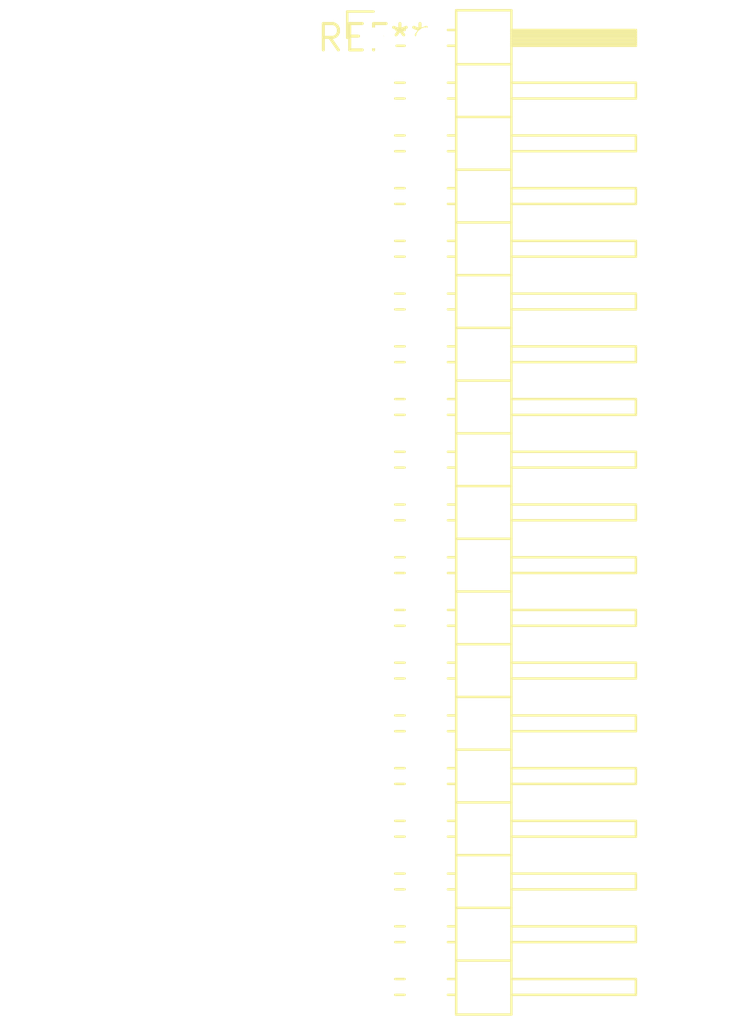
<source format=kicad_pcb>
(kicad_pcb (version 20240108) (generator pcbnew)
  (layers (0 "F.Cu" signal) (31 "B.Cu" signal) (34 "B.Paste" user) (35 "F.Paste" user) (36 "B.SilkS" user "B.Silkscreen") (37 "F.SilkS" user "F.Silkscreen") (38 "B.Mask" user) (39 "F.Mask" user) (44 "Edge.Cuts" user))
  (net 0 "")
  (footprint "PinHeader_2x19_P2.54mm_Horizontal" (layer "F.Cu") (at 0 0)
    (property "Reference" "REF**")
    (property "Value" "PinHeader_2x19_P2.54mm_Horizontal")
    (fp_line (start -1.27 -1.27) (end 0 -1.27) (layer "F.SilkS") (stroke (width 0.12)))
    (fp_line (start -1.27 0) (end -1.27 -1.27) (layer "F.SilkS") (stroke (width 0.12)))
    (fp_line (start 1.042929 2.16) (end 1.497071 2.16) (layer "F.SilkS") (stroke (width 0.12)))
    (fp_line (start 1.042929 2.92) (end 1.497071 2.92) (layer "F.SilkS") (stroke (width 0.12)))
    (fp_line (start 1.042929 4.7) (end 1.497071 4.7) (layer "F.SilkS") (stroke (width 0.12)))
    (fp_line (start 1.042929 5.46) (end 1.497071 5.46) (layer "F.SilkS") (stroke (width 0.12)))
    (fp_line (start 1.042929 7.24) (end 1.497071 7.24) (layer "F.SilkS") (stroke (width 0.12)))
    (fp_line (start 1.042929 8) (end 1.497071 8) (layer "F.SilkS") (stroke (width 0.12)))
    (fp_line (start 1.042929 9.78) (end 1.497071 9.78) (layer "F.SilkS") (stroke (width 0.12)))
    (fp_line (start 1.042929 10.54) (end 1.497071 10.54) (layer "F.SilkS") (stroke (width 0.12)))
    (fp_line (start 1.042929 12.32) (end 1.497071 12.32) (layer "F.SilkS") (stroke (width 0.12)))
    (fp_line (start 1.042929 13.08) (end 1.497071 13.08) (layer "F.SilkS") (stroke (width 0.12)))
    (fp_line (start 1.042929 14.86) (end 1.497071 14.86) (layer "F.SilkS") (stroke (width 0.12)))
    (fp_line (start 1.042929 15.62) (end 1.497071 15.62) (layer "F.SilkS") (stroke (width 0.12)))
    (fp_line (start 1.042929 17.4) (end 1.497071 17.4) (layer "F.SilkS") (stroke (width 0.12)))
    (fp_line (start 1.042929 18.16) (end 1.497071 18.16) (layer "F.SilkS") (stroke (width 0.12)))
    (fp_line (start 1.042929 19.94) (end 1.497071 19.94) (layer "F.SilkS") (stroke (width 0.12)))
    (fp_line (start 1.042929 20.7) (end 1.497071 20.7) (layer "F.SilkS") (stroke (width 0.12)))
    (fp_line (start 1.042929 22.48) (end 1.497071 22.48) (layer "F.SilkS") (stroke (width 0.12)))
    (fp_line (start 1.042929 23.24) (end 1.497071 23.24) (layer "F.SilkS") (stroke (width 0.12)))
    (fp_line (start 1.042929 25.02) (end 1.497071 25.02) (layer "F.SilkS") (stroke (width 0.12)))
    (fp_line (start 1.042929 25.78) (end 1.497071 25.78) (layer "F.SilkS") (stroke (width 0.12)))
    (fp_line (start 1.042929 27.56) (end 1.497071 27.56) (layer "F.SilkS") (stroke (width 0.12)))
    (fp_line (start 1.042929 28.32) (end 1.497071 28.32) (layer "F.SilkS") (stroke (width 0.12)))
    (fp_line (start 1.042929 30.1) (end 1.497071 30.1) (layer "F.SilkS") (stroke (width 0.12)))
    (fp_line (start 1.042929 30.86) (end 1.497071 30.86) (layer "F.SilkS") (stroke (width 0.12)))
    (fp_line (start 1.042929 32.64) (end 1.497071 32.64) (layer "F.SilkS") (stroke (width 0.12)))
    (fp_line (start 1.042929 33.4) (end 1.497071 33.4) (layer "F.SilkS") (stroke (width 0.12)))
    (fp_line (start 1.042929 35.18) (end 1.497071 35.18) (layer "F.SilkS") (stroke (width 0.12)))
    (fp_line (start 1.042929 35.94) (end 1.497071 35.94) (layer "F.SilkS") (stroke (width 0.12)))
    (fp_line (start 1.042929 37.72) (end 1.497071 37.72) (layer "F.SilkS") (stroke (width 0.12)))
    (fp_line (start 1.042929 38.48) (end 1.497071 38.48) (layer "F.SilkS") (stroke (width 0.12)))
    (fp_line (start 1.042929 40.26) (end 1.497071 40.26) (layer "F.SilkS") (stroke (width 0.12)))
    (fp_line (start 1.042929 41.02) (end 1.497071 41.02) (layer "F.SilkS") (stroke (width 0.12)))
    (fp_line (start 1.042929 42.8) (end 1.497071 42.8) (layer "F.SilkS") (stroke (width 0.12)))
    (fp_line (start 1.042929 43.56) (end 1.497071 43.56) (layer "F.SilkS") (stroke (width 0.12)))
    (fp_line (start 1.042929 45.34) (end 1.497071 45.34) (layer "F.SilkS") (stroke (width 0.12)))
    (fp_line (start 1.042929 46.1) (end 1.497071 46.1) (layer "F.SilkS") (stroke (width 0.12)))
    (fp_line (start 1.11 -0.38) (end 1.497071 -0.38) (layer "F.SilkS") (stroke (width 0.12)))
    (fp_line (start 1.11 0.38) (end 1.497071 0.38) (layer "F.SilkS") (stroke (width 0.12)))
    (fp_line (start 3.582929 -0.38) (end 3.98 -0.38) (layer "F.SilkS") (stroke (width 0.12)))
    (fp_line (start 3.582929 0.38) (end 3.98 0.38) (layer "F.SilkS") (stroke (width 0.12)))
    (fp_line (start 3.582929 2.16) (end 3.98 2.16) (layer "F.SilkS") (stroke (width 0.12)))
    (fp_line (start 3.582929 2.92) (end 3.98 2.92) (layer "F.SilkS") (stroke (width 0.12)))
    (fp_line (start 3.582929 4.7) (end 3.98 4.7) (layer "F.SilkS") (stroke (width 0.12)))
    (fp_line (start 3.582929 5.46) (end 3.98 5.46) (layer "F.SilkS") (stroke (width 0.12)))
    (fp_line (start 3.582929 7.24) (end 3.98 7.24) (layer "F.SilkS") (stroke (width 0.12)))
    (fp_line (start 3.582929 8) (end 3.98 8) (layer "F.SilkS") (stroke (width 0.12)))
    (fp_line (start 3.582929 9.78) (end 3.98 9.78) (layer "F.SilkS") (stroke (width 0.12)))
    (fp_line (start 3.582929 10.54) (end 3.98 10.54) (layer "F.SilkS") (stroke (width 0.12)))
    (fp_line (start 3.582929 12.32) (end 3.98 12.32) (layer "F.SilkS") (stroke (width 0.12)))
    (fp_line (start 3.582929 13.08) (end 3.98 13.08) (layer "F.SilkS") (stroke (width 0.12)))
    (fp_line (start 3.582929 14.86) (end 3.98 14.86) (layer "F.SilkS") (stroke (width 0.12)))
    (fp_line (start 3.582929 15.62) (end 3.98 15.62) (layer "F.SilkS") (stroke (width 0.12)))
    (fp_line (start 3.582929 17.4) (end 3.98 17.4) (layer "F.SilkS") (stroke (width 0.12)))
    (fp_line (start 3.582929 18.16) (end 3.98 18.16) (layer "F.SilkS") (stroke (width 0.12)))
    (fp_line (start 3.582929 19.94) (end 3.98 19.94) (layer "F.SilkS") (stroke (width 0.12)))
    (fp_line (start 3.582929 20.7) (end 3.98 20.7) (layer "F.SilkS") (stroke (width 0.12)))
    (fp_line (start 3.582929 22.48) (end 3.98 22.48) (layer "F.SilkS") (stroke (width 0.12)))
    (fp_line (start 3.582929 23.24) (end 3.98 23.24) (layer "F.SilkS") (stroke (width 0.12)))
    (fp_line (start 3.582929 25.02) (end 3.98 25.02) (layer "F.SilkS") (stroke (width 0.12)))
    (fp_line (start 3.582929 25.78) (end 3.98 25.78) (layer "F.SilkS") (stroke (width 0.12)))
    (fp_line (start 3.582929 27.56) (end 3.98 27.56) (layer "F.SilkS") (stroke (width 0.12)))
    (fp_line (start 3.582929 28.32) (end 3.98 28.32) (layer "F.SilkS") (stroke (width 0.12)))
    (fp_line (start 3.582929 30.1) (end 3.98 30.1) (layer "F.SilkS") (stroke (width 0.12)))
    (fp_line (start 3.582929 30.86) (end 3.98 30.86) (layer "F.SilkS") (stroke (width 0.12)))
    (fp_line (start 3.582929 32.64) (end 3.98 32.64) (layer "F.SilkS") (stroke (width 0.12)))
    (fp_line (start 3.582929 33.4) (end 3.98 33.4) (layer "F.SilkS") (stroke (width 0.12)))
    (fp_line (start 3.582929 35.18) (end 3.98 35.18) (layer "F.SilkS") (stroke (width 0.12)))
    (fp_line (start 3.582929 35.94) (end 3.98 35.94) (layer "F.SilkS") (stroke (width 0.12)))
    (fp_line (start 3.582929 37.72) (end 3.98 37.72) (layer "F.SilkS") (stroke (width 0.12)))
    (fp_line (start 3.582929 38.48) (end 3.98 38.48) (layer "F.SilkS") (stroke (width 0.12)))
    (fp_line (start 3.582929 40.26) (end 3.98 40.26) (layer "F.SilkS") (stroke (width 0.12)))
    (fp_line (start 3.582929 41.02) (end 3.98 41.02) (layer "F.SilkS") (stroke (width 0.12)))
    (fp_line (start 3.582929 42.8) (end 3.98 42.8) (layer "F.SilkS") (stroke (width 0.12)))
    (fp_line (start 3.582929 43.56) (end 3.98 43.56) (layer "F.SilkS") (stroke (width 0.12)))
    (fp_line (start 3.582929 45.34) (end 3.98 45.34) (layer "F.SilkS") (stroke (width 0.12)))
    (fp_line (start 3.582929 46.1) (end 3.98 46.1) (layer "F.SilkS") (stroke (width 0.12)))
    (fp_line (start 3.98 -1.33) (end 3.98 47.05) (layer "F.SilkS") (stroke (width 0.12)))
    (fp_line (start 3.98 1.27) (end 6.64 1.27) (layer "F.SilkS") (stroke (width 0.12)))
    (fp_line (start 3.98 3.81) (end 6.64 3.81) (layer "F.SilkS") (stroke (width 0.12)))
    (fp_line (start 3.98 6.35) (end 6.64 6.35) (layer "F.SilkS") (stroke (width 0.12)))
    (fp_line (start 3.98 8.89) (end 6.64 8.89) (layer "F.SilkS") (stroke (width 0.12)))
    (fp_line (start 3.98 11.43) (end 6.64 11.43) (layer "F.SilkS") (stroke (width 0.12)))
    (fp_line (start 3.98 13.97) (end 6.64 13.97) (layer "F.SilkS") (stroke (width 0.12)))
    (fp_line (start 3.98 16.51) (end 6.64 16.51) (layer "F.SilkS") (stroke (width 0.12)))
    (fp_line (start 3.98 19.05) (end 6.64 19.05) (layer "F.SilkS") (stroke (width 0.12)))
    (fp_line (start 3.98 21.59) (end 6.64 21.59) (layer "F.SilkS") (stroke (width 0.12)))
    (fp_line (start 3.98 24.13) (end 6.64 24.13) (layer "F.SilkS") (stroke (width 0.12)))
    (fp_line (start 3.98 26.67) (end 6.64 26.67) (layer "F.SilkS") (stroke (width 0.12)))
    (fp_line (start 3.98 29.21) (end 6.64 29.21) (layer "F.SilkS") (stroke (width 0.12)))
    (fp_line (start 3.98 31.75) (end 6.64 31.75) (layer "F.SilkS") (stroke (width 0.12)))
    (fp_line (start 3.98 34.29) (end 6.64 34.29) (layer "F.SilkS") (stroke (width 0.12)))
    (fp_line (start 3.98 36.83) (end 6.64 36.83) (layer "F.SilkS") (stroke (width 0.12)))
    (fp_line (start 3.98 39.37) (end 6.64 39.37) (layer "F.SilkS") (stroke (width 0.12)))
    (fp_line (start 3.98 41.91) (end 6.64 41.91) (layer "F.SilkS") (stroke (width 0.12)))
    (fp_line (start 3.98 44.45) (end 6.64 44.45) (layer "F.SilkS") (stroke (width 0.12)))
    (fp_line (start 3.98 47.05) (end 6.64 47.05) (layer "F.SilkS") (stroke (width 0.12)))
    (fp_line (start 6.64 -1.33) (end 3.98 -1.33) (layer "F.SilkS") (stroke (width 0.12)))
    (fp_line (start 6.64 -0.38) (end 12.64 -0.38) (layer "F.SilkS") (stroke (width 0.12)))
    (fp_line (start 6.64 -0.32) (end 12.64 -0.32) (layer "F.SilkS") (stroke (width 0.12)))
    (fp_line (start 6.64 -0.2) (end 12.64 -0.2) (layer "F.SilkS") (stroke (width 0.12)))
    (fp_line (start 6.64 -0.08) (end 12.64 -0.08) (layer "F.SilkS") (stroke (width 0.12)))
    (fp_line (start 6.64 0.04) (end 12.64 0.04) (layer "F.SilkS") (stroke (width 0.12)))
    (fp_line (start 6.64 0.16) (end 12.64 0.16) (layer "F.SilkS") (stroke (width 0.12)))
    (fp_line (start 6.64 0.28) (end 12.64 0.28) (layer "F.SilkS") (stroke (width 0.12)))
    (fp_line (start 6.64 2.16) (end 12.64 2.16) (layer "F.SilkS") (stroke (width 0.12)))
    (fp_line (start 6.64 4.7) (end 12.64 4.7) (layer "F.SilkS") (stroke (width 0.12)))
    (fp_line (start 6.64 7.24) (end 12.64 7.24) (layer "F.SilkS") (stroke (width 0.12)))
    (fp_line (start 6.64 9.78) (end 12.64 9.78) (layer "F.SilkS") (stroke (width 0.12)))
    (fp_line (start 6.64 12.32) (end 12.64 12.32) (layer "F.SilkS") (stroke (width 0.12)))
    (fp_line (start 6.64 14.86) (end 12.64 14.86) (layer "F.SilkS") (stroke (width 0.12)))
    (fp_line (start 6.64 17.4) (end 12.64 17.4) (layer "F.SilkS") (stroke (width 0.12)))
    (fp_line (start 6.64 19.94) (end 12.64 19.94) (layer "F.SilkS") (stroke (width 0.12)))
    (fp_line (start 6.64 22.48) (end 12.64 22.48) (layer "F.SilkS") (stroke (width 0.12)))
    (fp_line (start 6.64 25.02) (end 12.64 25.02) (layer "F.SilkS") (stroke (width 0.12)))
    (fp_line (start 6.64 27.56) (end 12.64 27.56) (layer "F.SilkS") (stroke (width 0.12)))
    (fp_line (start 6.64 30.1) (end 12.64 30.1) (layer "F.SilkS") (stroke (width 0.12)))
    (fp_line (start 6.64 32.64) (end 12.64 32.64) (layer "F.SilkS") (stroke (width 0.12)))
    (fp_line (start 6.64 35.18) (end 12.64 35.18) (layer "F.SilkS") (stroke (width 0.12)))
    (fp_line (start 6.64 37.72) (end 12.64 37.72) (layer "F.SilkS") (stroke (width 0.12)))
    (fp_line (start 6.64 40.26) (end 12.64 40.26) (layer "F.SilkS") (stroke (width 0.12)))
    (fp_line (start 6.64 42.8) (end 12.64 42.8) (layer "F.SilkS") (stroke (width 0.12)))
    (fp_line (start 6.64 45.34) (end 12.64 45.34) (layer "F.SilkS") (stroke (width 0.12)))
    (fp_line (start 6.64 47.05) (end 6.64 -1.33) (layer "F.SilkS") (stroke (width 0.12)))
    (fp_line (start 12.64 -0.38) (end 12.64 0.38) (layer "F.SilkS") (stroke (width 0.12)))
    (fp_line (start 12.64 0.38) (end 6.64 0.38) (layer "F.SilkS") (stroke (width 0.12)))
    (fp_line (start 12.64 2.16) (end 12.64 2.92) (layer "F.SilkS") (stroke (width 0.12)))
    (fp_line (start 12.64 2.92) (end 6.64 2.92) (layer "F.SilkS") (stroke (width 0.12)))
    (fp_line (start 12.64 4.7) (end 12.64 5.46) (layer "F.SilkS") (stroke (width 0.12)))
    (fp_line (start 12.64 5.46) (end 6.64 5.46) (layer "F.SilkS") (stroke (width 0.12)))
    (fp_line (start 12.64 7.24) (end 12.64 8) (layer "F.SilkS") (stroke (width 0.12)))
    (fp_line (start 12.64 8) (end 6.64 8) (layer "F.SilkS") (stroke (width 0.12)))
    (fp_line (start 12.64 9.78) (end 12.64 10.54) (layer "F.SilkS") (stroke (width 0.12)))
    (fp_line (start 12.64 10.54) (end 6.64 10.54) (layer "F.SilkS") (stroke (width 0.12)))
    (fp_line (start 12.64 12.32) (end 12.64 13.08) (layer "F.SilkS") (stroke (width 0.12)))
    (fp_line (start 12.64 13.08) (end 6.64 13.08) (layer "F.SilkS") (stroke (width 0.12)))
    (fp_line (start 12.64 14.86) (end 12.64 15.62) (layer "F.SilkS") (stroke (width 0.12)))
    (fp_line (start 12.64 15.62) (end 6.64 15.62) (layer "F.SilkS") (stroke (width 0.12)))
    (fp_line (start 12.64 17.4) (end 12.64 18.16) (layer "F.SilkS") (stroke (width 0.12)))
    (fp_line (start 12.64 18.16) (end 6.64 18.16) (layer "F.SilkS") (stroke (width 0.12)))
    (fp_line (start 12.64 19.94) (end 12.64 20.7) (layer "F.SilkS") (stroke (width 0.12)))
    (fp_line (start 12.64 20.7) (end 6.64 20.7) (layer "F.SilkS") (stroke (width 0.12)))
    (fp_line (start 12.64 22.48) (end 12.64 23.24) (layer "F.SilkS") (stroke (width 0.12)))
    (fp_line (start 12.64 23.24) (end 6.64 23.24) (layer "F.SilkS") (stroke (width 0.12)))
    (fp_line (start 12.64 25.02) (end 12.64 25.78) (layer "F.SilkS") (stroke (width 0.12)))
    (fp_line (start 12.64 25.78) (end 6.64 25.78) (layer "F.SilkS") (stroke (width 0.12)))
    (fp_line (start 12.64 27.56) (end 12.64 28.32) (layer "F.SilkS") (stroke (width 0.12)))
    (fp_line (start 12.64 28.32) (end 6.64 28.32) (layer "F.SilkS") (stroke (width 0.12)))
    (fp_line (start 12.64 30.1) (end 12.64 30.86) (layer "F.SilkS") (stroke (width 0.12)))
    (fp_line (start 12.64 30.86) (end 6.64 30.86) (layer "F.SilkS") (stroke (width 0.12)))
    (fp_line (start 12.64 32.64) (end 12.64 33.4) (layer "F.SilkS") (stroke (width 0.12)))
    (fp_line (start 12.64 33.4) (end 6.64 33.4) (layer "F.SilkS") (stroke (width 0.12)))
    (fp_line (start 12.64 35.18) (end 12.64 35.94) (layer "F.SilkS") (stroke (width 0.12)))
    (fp_line (start 12.64 35.94) (end 6.64 35.94) (layer "F.SilkS") (stroke (width 0.12)))
    (fp_line (start 12.64 37.72) (end 12.64 38.48) (layer "F.SilkS") (stroke (width 0.12)))
    (fp_line (start 12.64 38.48) (end 6.64 38.48) (layer "F.SilkS") (stroke (width 0.12)))
    (fp_line (start 12.64 40.26) (end 12.64 41.02) (layer "F.SilkS") (stroke (width 0.12)))
    (fp_line (start 12.64 41.02) (end 6.64 41.02) (layer "F.SilkS") (stroke (width 0.12)))
    (fp_line (start 12.64 42.8) (end 12.64 43.56) (layer "F.SilkS") (stroke (width 0.12)))
    (fp_line (start 12.64 43.56) (end 6.64 43.56) (layer "F.SilkS") (stroke (width 0.12)))
    (fp_line (start 12.64 45.34) (end 12.64 46.1) (layer "F.SilkS") (stroke (width 0.12)))
    (fp_line (start 12.64 46.1) (end 6.64 46.1) (layer "F.SilkS") (stroke (width 0.12)))
    (pad "1" thru_hole rect (at 0 0) (size 1.7 1.7) (drill 1) (layers *.Cu *.Mask) (remove_unused_layers))
    (pad "2" thru_hole oval (at 2.54 0) (size 1.7 1.7) (drill 1) (layers *.Cu *.Mask) (remove_unused_layers))
    (pad "3" thru_hole oval (at 0 2.54) (size 1.7 1.7) (drill 1) (layers *.Cu *.Mask) (remove_unused_layers))
    (pad "4" thru_hole oval (at 2.54 2.54) (size 1.7 1.7) (drill 1) (layers *.Cu *.Mask) (remove_unused_layers))
    (pad "5" thru_hole oval (at 0 5.08) (size 1.7 1.7) (drill 1) (layers *.Cu *.Mask) (remove_unused_layers))
    (pad "6" thru_hole oval (at 2.54 5.08) (size 1.7 1.7) (drill 1) (layers *.Cu *.Mask) (remove_unused_layers))
    (pad "7" thru_hole oval (at 0 7.62) (size 1.7 1.7) (drill 1) (layers *.Cu *.Mask) (remove_unused_layers))
    (pad "8" thru_hole oval (at 2.54 7.62) (size 1.7 1.7) (drill 1) (layers *.Cu *.Mask) (remove_unused_layers))
    (pad "9" thru_hole oval (at 0 10.16) (size 1.7 1.7) (drill 1) (layers *.Cu *.Mask) (remove_unused_layers))
    (pad "10" thru_hole oval (at 2.54 10.16) (size 1.7 1.7) (drill 1) (layers *.Cu *.Mask) (remove_unused_layers))
    (pad "11" thru_hole oval (at 0 12.7) (size 1.7 1.7) (drill 1) (layers *.Cu *.Mask) (remove_unused_layers))
    (pad "12" thru_hole oval (at 2.54 12.7) (size 1.7 1.7) (drill 1) (layers *.Cu *.Mask) (remove_unused_layers))
    (pad "13" thru_hole oval (at 0 15.24) (size 1.7 1.7) (drill 1) (layers *.Cu *.Mask) (remove_unused_layers))
    (pad "14" thru_hole oval (at 2.54 15.24) (size 1.7 1.7) (drill 1) (layers *.Cu *.Mask) (remove_unused_layers))
    (pad "15" thru_hole oval (at 0 17.78) (size 1.7 1.7) (drill 1) (layers *.Cu *.Mask) (remove_unused_layers))
    (pad "16" thru_hole oval (at 2.54 17.78) (size 1.7 1.7) (drill 1) (layers *.Cu *.Mask) (remove_unused_layers))
    (pad "17" thru_hole oval (at 0 20.32) (size 1.7 1.7) (drill 1) (layers *.Cu *.Mask) (remove_unused_layers))
    (pad "18" thru_hole oval (at 2.54 20.32) (size 1.7 1.7) (drill 1) (layers *.Cu *.Mask) (remove_unused_layers))
    (pad "19" thru_hole oval (at 0 22.86) (size 1.7 1.7) (drill 1) (layers *.Cu *.Mask) (remove_unused_layers))
    (pad "20" thru_hole oval (at 2.54 22.86) (size 1.7 1.7) (drill 1) (layers *.Cu *.Mask) (remove_unused_layers))
    (pad "21" thru_hole oval (at 0 25.4) (size 1.7 1.7) (drill 1) (layers *.Cu *.Mask) (remove_unused_layers))
    (pad "22" thru_hole oval (at 2.54 25.4) (size 1.7 1.7) (drill 1) (layers *.Cu *.Mask) (remove_unused_layers))
    (pad "23" thru_hole oval (at 0 27.94) (size 1.7 1.7) (drill 1) (layers *.Cu *.Mask) (remove_unused_layers))
    (pad "24" thru_hole oval (at 2.54 27.94) (size 1.7 1.7) (drill 1) (layers *.Cu *.Mask) (remove_unused_layers))
    (pad "25" thru_hole oval (at 0 30.48) (size 1.7 1.7) (drill 1) (layers *.Cu *.Mask) (remove_unused_layers))
    (pad "26" thru_hole oval (at 2.54 30.48) (size 1.7 1.7) (drill 1) (layers *.Cu *.Mask) (remove_unused_layers))
    (pad "27" thru_hole oval (at 0 33.02) (size 1.7 1.7) (drill 1) (layers *.Cu *.Mask) (remove_unused_layers))
    (pad "28" thru_hole oval (at 2.54 33.02) (size 1.7 1.7) (drill 1) (layers *.Cu *.Mask) (remove_unused_layers))
    (pad "29" thru_hole oval (at 0 35.56) (size 1.7 1.7) (drill 1) (layers *.Cu *.Mask) (remove_unused_layers))
    (pad "30" thru_hole oval (at 2.54 35.56) (size 1.7 1.7) (drill 1) (layers *.Cu *.Mask) (remove_unused_layers))
    (pad "31" thru_hole oval (at 0 38.1) (size 1.7 1.7) (drill 1) (layers *.Cu *.Mask) (remove_unused_layers))
    (pad "32" thru_hole oval (at 2.54 38.1) (size 1.7 1.7) (drill 1) (layers *.Cu *.Mask) (remove_unused_layers))
    (pad "33" thru_hole oval (at 0 40.64) (size 1.7 1.7) (drill 1) (layers *.Cu *.Mask) (remove_unused_layers))
    (pad "34" thru_hole oval (at 2.54 40.64) (size 1.7 1.7) (drill 1) (layers *.Cu *.Mask) (remove_unused_layers))
    (pad "35" thru_hole oval (at 0 43.18) (size 1.7 1.7) (drill 1) (layers *.Cu *.Mask) (remove_unused_layers))
    (pad "36" thru_hole oval (at 2.54 43.18) (size 1.7 1.7) (drill 1) (layers *.Cu *.Mask) (remove_unused_layers))
    (pad "37" thru_hole oval (at 0 45.72) (size 1.7 1.7) (drill 1) (layers *.Cu *.Mask) (remove_unused_layers))
    (pad "38" thru_hole oval (at 2.54 45.72) (size 1.7 1.7) (drill 1) (layers *.Cu *.Mask) (remove_unused_layers))
  )
)
</source>
